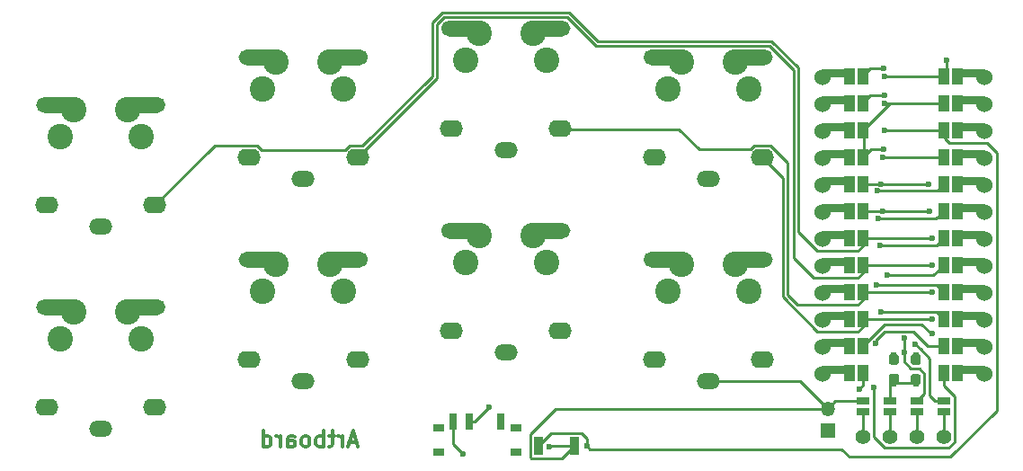
<source format=gbl>
G04 #@! TF.GenerationSoftware,KiCad,Pcbnew,5.1.9*
G04 #@! TF.CreationDate,2021-04-16T07:13:37-05:00*
G04 #@! TF.ProjectId,artboard,61727462-6f61-4726-942e-6b696361645f,2.0*
G04 #@! TF.SameCoordinates,Original*
G04 #@! TF.FileFunction,Copper,L2,Bot*
G04 #@! TF.FilePolarity,Positive*
%FSLAX46Y46*%
G04 Gerber Fmt 4.6, Leading zero omitted, Abs format (unit mm)*
G04 Created by KiCad (PCBNEW 5.1.9) date 2021-04-16 07:13:37*
%MOMM*%
%LPD*%
G01*
G04 APERTURE LIST*
G04 #@! TA.AperFunction,NonConductor*
%ADD10C,0.300000*%
G04 #@! TD*
G04 #@! TA.AperFunction,EtchedComponent*
%ADD11C,0.100000*%
G04 #@! TD*
G04 #@! TA.AperFunction,ComponentPad*
%ADD12C,0.750000*%
G04 #@! TD*
G04 #@! TA.AperFunction,ComponentPad*
%ADD13C,2.400000*%
G04 #@! TD*
G04 #@! TA.AperFunction,ComponentPad*
%ADD14O,2.200000X1.600000*%
G04 #@! TD*
G04 #@! TA.AperFunction,ComponentPad*
%ADD15O,2.200000X1.500000*%
G04 #@! TD*
G04 #@! TA.AperFunction,SMDPad,CuDef*
%ADD16C,0.100000*%
G04 #@! TD*
G04 #@! TA.AperFunction,ComponentPad*
%ADD17C,1.524000*%
G04 #@! TD*
G04 #@! TA.AperFunction,SMDPad,CuDef*
%ADD18R,0.900000X1.700000*%
G04 #@! TD*
G04 #@! TA.AperFunction,SMDPad,CuDef*
%ADD19R,0.700000X1.500000*%
G04 #@! TD*
G04 #@! TA.AperFunction,SMDPad,CuDef*
%ADD20R,1.000000X0.800000*%
G04 #@! TD*
G04 #@! TA.AperFunction,SMDPad,CuDef*
%ADD21R,1.143000X0.635000*%
G04 #@! TD*
G04 #@! TA.AperFunction,ComponentPad*
%ADD22C,1.397000*%
G04 #@! TD*
G04 #@! TA.AperFunction,ComponentPad*
%ADD23R,1.350000X1.350000*%
G04 #@! TD*
G04 #@! TA.AperFunction,ComponentPad*
%ADD24O,1.350000X1.350000*%
G04 #@! TD*
G04 #@! TA.AperFunction,ViaPad*
%ADD25C,0.600000*%
G04 #@! TD*
G04 #@! TA.AperFunction,Conductor*
%ADD26C,0.250000*%
G04 #@! TD*
G04 APERTURE END LIST*
D10*
X65300271Y-72167700D02*
X64585985Y-72167700D01*
X65443128Y-72596271D02*
X64943128Y-71096271D01*
X64443128Y-72596271D01*
X63943128Y-72596271D02*
X63943128Y-71596271D01*
X63943128Y-71881985D02*
X63871700Y-71739128D01*
X63800271Y-71667700D01*
X63657414Y-71596271D01*
X63514557Y-71596271D01*
X63228842Y-71596271D02*
X62657414Y-71596271D01*
X63014557Y-71096271D02*
X63014557Y-72381985D01*
X62943128Y-72524842D01*
X62800271Y-72596271D01*
X62657414Y-72596271D01*
X62157414Y-72596271D02*
X62157414Y-71096271D01*
X62157414Y-71667700D02*
X62014557Y-71596271D01*
X61728842Y-71596271D01*
X61585985Y-71667700D01*
X61514557Y-71739128D01*
X61443128Y-71881985D01*
X61443128Y-72310557D01*
X61514557Y-72453414D01*
X61585985Y-72524842D01*
X61728842Y-72596271D01*
X62014557Y-72596271D01*
X62157414Y-72524842D01*
X60585985Y-72596271D02*
X60728842Y-72524842D01*
X60800271Y-72453414D01*
X60871700Y-72310557D01*
X60871700Y-71881985D01*
X60800271Y-71739128D01*
X60728842Y-71667700D01*
X60585985Y-71596271D01*
X60371700Y-71596271D01*
X60228842Y-71667700D01*
X60157414Y-71739128D01*
X60085985Y-71881985D01*
X60085985Y-72310557D01*
X60157414Y-72453414D01*
X60228842Y-72524842D01*
X60371700Y-72596271D01*
X60585985Y-72596271D01*
X58800271Y-72596271D02*
X58800271Y-71810557D01*
X58871699Y-71667700D01*
X59014557Y-71596271D01*
X59300271Y-71596271D01*
X59443128Y-71667700D01*
X58800271Y-72524842D02*
X58943128Y-72596271D01*
X59300271Y-72596271D01*
X59443128Y-72524842D01*
X59514557Y-72381985D01*
X59514557Y-72239128D01*
X59443128Y-72096271D01*
X59300271Y-72024842D01*
X58943128Y-72024842D01*
X58800271Y-71953414D01*
X58085985Y-72596271D02*
X58085985Y-71596271D01*
X58085985Y-71881985D02*
X58014557Y-71739128D01*
X57943128Y-71667700D01*
X57800271Y-71596271D01*
X57657414Y-71596271D01*
X56514557Y-72596271D02*
X56514557Y-71096271D01*
X56514557Y-72524842D02*
X56657414Y-72596271D01*
X56943128Y-72596271D01*
X57085985Y-72524842D01*
X57157414Y-72453414D01*
X57228842Y-72310557D01*
X57228842Y-71881985D01*
X57157414Y-71739128D01*
X57085985Y-71667700D01*
X56943128Y-71596271D01*
X56657414Y-71596271D01*
X56514557Y-71667700D01*
D11*
G36*
X111698700Y-37703900D02*
G01*
X109158700Y-37703900D01*
X109158700Y-37068900D01*
X111698700Y-37068900D01*
X111698700Y-37703900D01*
G37*
X111698700Y-37703900D02*
X109158700Y-37703900D01*
X109158700Y-37068900D01*
X111698700Y-37068900D01*
X111698700Y-37703900D01*
G36*
X111698700Y-40243900D02*
G01*
X109158700Y-40243900D01*
X109158700Y-39608900D01*
X111698700Y-39608900D01*
X111698700Y-40243900D01*
G37*
X111698700Y-40243900D02*
X109158700Y-40243900D01*
X109158700Y-39608900D01*
X111698700Y-39608900D01*
X111698700Y-40243900D01*
G36*
X111698700Y-42783900D02*
G01*
X109158700Y-42783900D01*
X109158700Y-42148900D01*
X111698700Y-42148900D01*
X111698700Y-42783900D01*
G37*
X111698700Y-42783900D02*
X109158700Y-42783900D01*
X109158700Y-42148900D01*
X111698700Y-42148900D01*
X111698700Y-42783900D01*
G36*
X111698700Y-45323900D02*
G01*
X109158700Y-45323900D01*
X109158700Y-44688900D01*
X111698700Y-44688900D01*
X111698700Y-45323900D01*
G37*
X111698700Y-45323900D02*
X109158700Y-45323900D01*
X109158700Y-44688900D01*
X111698700Y-44688900D01*
X111698700Y-45323900D01*
G36*
X111698700Y-47863900D02*
G01*
X109158700Y-47863900D01*
X109158700Y-47228900D01*
X111698700Y-47228900D01*
X111698700Y-47863900D01*
G37*
X111698700Y-47863900D02*
X109158700Y-47863900D01*
X109158700Y-47228900D01*
X111698700Y-47228900D01*
X111698700Y-47863900D01*
G36*
X111698700Y-50403900D02*
G01*
X109158700Y-50403900D01*
X109158700Y-49768900D01*
X111698700Y-49768900D01*
X111698700Y-50403900D01*
G37*
X111698700Y-50403900D02*
X109158700Y-50403900D01*
X109158700Y-49768900D01*
X111698700Y-49768900D01*
X111698700Y-50403900D01*
G36*
X111698700Y-52943900D02*
G01*
X109158700Y-52943900D01*
X109158700Y-52308900D01*
X111698700Y-52308900D01*
X111698700Y-52943900D01*
G37*
X111698700Y-52943900D02*
X109158700Y-52943900D01*
X109158700Y-52308900D01*
X111698700Y-52308900D01*
X111698700Y-52943900D01*
G36*
X111698700Y-55483900D02*
G01*
X109158700Y-55483900D01*
X109158700Y-54848900D01*
X111698700Y-54848900D01*
X111698700Y-55483900D01*
G37*
X111698700Y-55483900D02*
X109158700Y-55483900D01*
X109158700Y-54848900D01*
X111698700Y-54848900D01*
X111698700Y-55483900D01*
G36*
X111698700Y-58023900D02*
G01*
X109158700Y-58023900D01*
X109158700Y-57388900D01*
X111698700Y-57388900D01*
X111698700Y-58023900D01*
G37*
X111698700Y-58023900D02*
X109158700Y-58023900D01*
X109158700Y-57388900D01*
X111698700Y-57388900D01*
X111698700Y-58023900D01*
G36*
X111698700Y-60563900D02*
G01*
X109158700Y-60563900D01*
X109158700Y-59928900D01*
X111698700Y-59928900D01*
X111698700Y-60563900D01*
G37*
X111698700Y-60563900D02*
X109158700Y-60563900D01*
X109158700Y-59928900D01*
X111698700Y-59928900D01*
X111698700Y-60563900D01*
G36*
X111698700Y-63103900D02*
G01*
X109158700Y-63103900D01*
X109158700Y-62468900D01*
X111698700Y-62468900D01*
X111698700Y-63103900D01*
G37*
X111698700Y-63103900D02*
X109158700Y-63103900D01*
X109158700Y-62468900D01*
X111698700Y-62468900D01*
X111698700Y-63103900D01*
G36*
X111698700Y-65643900D02*
G01*
X109158700Y-65643900D01*
X109158700Y-65008900D01*
X111698700Y-65008900D01*
X111698700Y-65643900D01*
G37*
X111698700Y-65643900D02*
X109158700Y-65643900D01*
X109158700Y-65008900D01*
X111698700Y-65008900D01*
X111698700Y-65643900D01*
G36*
X124398700Y-65643900D02*
G01*
X121858700Y-65643900D01*
X121858700Y-65008900D01*
X124398700Y-65008900D01*
X124398700Y-65643900D01*
G37*
X124398700Y-65643900D02*
X121858700Y-65643900D01*
X121858700Y-65008900D01*
X124398700Y-65008900D01*
X124398700Y-65643900D01*
G36*
X124398700Y-63103900D02*
G01*
X121858700Y-63103900D01*
X121858700Y-62468900D01*
X124398700Y-62468900D01*
X124398700Y-63103900D01*
G37*
X124398700Y-63103900D02*
X121858700Y-63103900D01*
X121858700Y-62468900D01*
X124398700Y-62468900D01*
X124398700Y-63103900D01*
G36*
X124398700Y-60563900D02*
G01*
X121858700Y-60563900D01*
X121858700Y-59928900D01*
X124398700Y-59928900D01*
X124398700Y-60563900D01*
G37*
X124398700Y-60563900D02*
X121858700Y-60563900D01*
X121858700Y-59928900D01*
X124398700Y-59928900D01*
X124398700Y-60563900D01*
G36*
X124398700Y-58023900D02*
G01*
X121858700Y-58023900D01*
X121858700Y-57388900D01*
X124398700Y-57388900D01*
X124398700Y-58023900D01*
G37*
X124398700Y-58023900D02*
X121858700Y-58023900D01*
X121858700Y-57388900D01*
X124398700Y-57388900D01*
X124398700Y-58023900D01*
G36*
X124398700Y-55483900D02*
G01*
X121858700Y-55483900D01*
X121858700Y-54848900D01*
X124398700Y-54848900D01*
X124398700Y-55483900D01*
G37*
X124398700Y-55483900D02*
X121858700Y-55483900D01*
X121858700Y-54848900D01*
X124398700Y-54848900D01*
X124398700Y-55483900D01*
G36*
X124398700Y-52943900D02*
G01*
X121858700Y-52943900D01*
X121858700Y-52308900D01*
X124398700Y-52308900D01*
X124398700Y-52943900D01*
G37*
X124398700Y-52943900D02*
X121858700Y-52943900D01*
X121858700Y-52308900D01*
X124398700Y-52308900D01*
X124398700Y-52943900D01*
G36*
X124398700Y-50403900D02*
G01*
X121858700Y-50403900D01*
X121858700Y-49768900D01*
X124398700Y-49768900D01*
X124398700Y-50403900D01*
G37*
X124398700Y-50403900D02*
X121858700Y-50403900D01*
X121858700Y-49768900D01*
X124398700Y-49768900D01*
X124398700Y-50403900D01*
G36*
X124398700Y-47863900D02*
G01*
X121858700Y-47863900D01*
X121858700Y-47228900D01*
X124398700Y-47228900D01*
X124398700Y-47863900D01*
G37*
X124398700Y-47863900D02*
X121858700Y-47863900D01*
X121858700Y-47228900D01*
X124398700Y-47228900D01*
X124398700Y-47863900D01*
G36*
X124398700Y-45323900D02*
G01*
X121858700Y-45323900D01*
X121858700Y-44688900D01*
X124398700Y-44688900D01*
X124398700Y-45323900D01*
G37*
X124398700Y-45323900D02*
X121858700Y-45323900D01*
X121858700Y-44688900D01*
X124398700Y-44688900D01*
X124398700Y-45323900D01*
G36*
X124398700Y-42783900D02*
G01*
X121858700Y-42783900D01*
X121858700Y-42148900D01*
X124398700Y-42148900D01*
X124398700Y-42783900D01*
G37*
X124398700Y-42783900D02*
X121858700Y-42783900D01*
X121858700Y-42148900D01*
X124398700Y-42148900D01*
X124398700Y-42783900D01*
G36*
X124398700Y-40243900D02*
G01*
X121858700Y-40243900D01*
X121858700Y-39608900D01*
X124398700Y-39608900D01*
X124398700Y-40243900D01*
G37*
X124398700Y-40243900D02*
X121858700Y-40243900D01*
X121858700Y-39608900D01*
X124398700Y-39608900D01*
X124398700Y-40243900D01*
G36*
X124398700Y-37703900D02*
G01*
X121858700Y-37703900D01*
X121858700Y-37068900D01*
X124398700Y-37068900D01*
X124398700Y-37703900D01*
G37*
X124398700Y-37703900D02*
X121858700Y-37703900D01*
X121858700Y-37068900D01*
X124398700Y-37068900D01*
X124398700Y-37703900D01*
D12*
X115900800Y-64031000D03*
X115900800Y-66571000D03*
G04 #@! TA.AperFunction,SMDPad,CuDef*
G36*
G01*
X116138300Y-64876000D02*
X115663300Y-64876000D01*
G75*
G02*
X115425800Y-64638500I0J237500D01*
G01*
X115425800Y-64138500D01*
G75*
G02*
X115663300Y-63901000I237500J0D01*
G01*
X116138300Y-63901000D01*
G75*
G02*
X116375800Y-64138500I0J-237500D01*
G01*
X116375800Y-64638500D01*
G75*
G02*
X116138300Y-64876000I-237500J0D01*
G01*
G37*
G04 #@! TD.AperFunction*
G04 #@! TA.AperFunction,SMDPad,CuDef*
G36*
G01*
X116138300Y-66701000D02*
X115663300Y-66701000D01*
G75*
G02*
X115425800Y-66463500I0J237500D01*
G01*
X115425800Y-65963500D01*
G75*
G02*
X115663300Y-65726000I237500J0D01*
G01*
X116138300Y-65726000D01*
G75*
G02*
X116375800Y-65963500I0J-237500D01*
G01*
X116375800Y-66463500D01*
G75*
G02*
X116138300Y-66701000I-237500J0D01*
G01*
G37*
G04 #@! TD.AperFunction*
X117958200Y-64056400D03*
X117958200Y-66596400D03*
G04 #@! TA.AperFunction,SMDPad,CuDef*
G36*
G01*
X118195700Y-64901400D02*
X117720700Y-64901400D01*
G75*
G02*
X117483200Y-64663900I0J237500D01*
G01*
X117483200Y-64163900D01*
G75*
G02*
X117720700Y-63926400I237500J0D01*
G01*
X118195700Y-63926400D01*
G75*
G02*
X118433200Y-64163900I0J-237500D01*
G01*
X118433200Y-64663900D01*
G75*
G02*
X118195700Y-64901400I-237500J0D01*
G01*
G37*
G04 #@! TD.AperFunction*
G04 #@! TA.AperFunction,SMDPad,CuDef*
G36*
G01*
X118195700Y-66726400D02*
X117720700Y-66726400D01*
G75*
G02*
X117483200Y-66488900I0J237500D01*
G01*
X117483200Y-65988900D01*
G75*
G02*
X117720700Y-65751400I237500J0D01*
G01*
X118195700Y-65751400D01*
G75*
G02*
X118433200Y-65988900I0J-237500D01*
G01*
X118433200Y-66488900D01*
G75*
G02*
X118195700Y-66726400I-237500J0D01*
G01*
G37*
G04 #@! TD.AperFunction*
D13*
X64084800Y-38935800D03*
D14*
X65374800Y-45375800D03*
G04 #@! TA.AperFunction,ComponentPad*
G36*
G01*
X58574674Y-35954597D02*
X58574674Y-35954597D01*
G75*
G02*
X57818158Y-36698023I-749971J6545D01*
G01*
X54918268Y-36672717D01*
G75*
G02*
X54174842Y-35916201I6545J749971D01*
G01*
X54174842Y-35916201D01*
G75*
G02*
X54931358Y-35172775I749971J-6545D01*
G01*
X57831248Y-35198081D01*
G75*
G02*
X58574674Y-35954597I-6545J-749971D01*
G01*
G37*
G04 #@! TD.AperFunction*
D13*
X57734800Y-36395800D03*
X56464800Y-38935800D03*
D15*
X60274800Y-47375800D03*
D14*
X55174800Y-45375800D03*
G04 #@! TA.AperFunction,ComponentPad*
G36*
G01*
X61974926Y-35954597D02*
X61974926Y-35954597D01*
G75*
G02*
X62718352Y-35198081I749971J6545D01*
G01*
X65618242Y-35172775D01*
G75*
G02*
X66374758Y-35916201I6545J-749971D01*
G01*
X66374758Y-35916201D01*
G75*
G02*
X65631332Y-36672717I-749971J-6545D01*
G01*
X62731442Y-36698023D01*
G75*
G02*
X61974926Y-35954597I-6545J749971D01*
G01*
G37*
G04 #@! TD.AperFunction*
D13*
X62814800Y-36395800D03*
X45009400Y-43418900D03*
D14*
X46299400Y-49858900D03*
G04 #@! TA.AperFunction,ComponentPad*
G36*
G01*
X39499274Y-40437697D02*
X39499274Y-40437697D01*
G75*
G02*
X38742758Y-41181123I-749971J6545D01*
G01*
X35842868Y-41155817D01*
G75*
G02*
X35099442Y-40399301I6545J749971D01*
G01*
X35099442Y-40399301D01*
G75*
G02*
X35855958Y-39655875I749971J-6545D01*
G01*
X38755848Y-39681181D01*
G75*
G02*
X39499274Y-40437697I-6545J-749971D01*
G01*
G37*
G04 #@! TD.AperFunction*
D13*
X38659400Y-40878900D03*
X37389400Y-43418900D03*
D15*
X41199400Y-51858900D03*
D14*
X36099400Y-49858900D03*
G04 #@! TA.AperFunction,ComponentPad*
G36*
G01*
X42899526Y-40437697D02*
X42899526Y-40437697D01*
G75*
G02*
X43642952Y-39681181I749971J6545D01*
G01*
X46542842Y-39655875D01*
G75*
G02*
X47299358Y-40399301I6545J-749971D01*
G01*
X47299358Y-40399301D01*
G75*
G02*
X46555932Y-41155817I-749971J-6545D01*
G01*
X43656042Y-41181123D01*
G75*
G02*
X42899526Y-40437697I-6545J749971D01*
G01*
G37*
G04 #@! TD.AperFunction*
D13*
X43739400Y-40878900D03*
X83147500Y-36218000D03*
D14*
X84437500Y-42658000D03*
G04 #@! TA.AperFunction,ComponentPad*
G36*
G01*
X77637374Y-33236797D02*
X77637374Y-33236797D01*
G75*
G02*
X76880858Y-33980223I-749971J6545D01*
G01*
X73980968Y-33954917D01*
G75*
G02*
X73237542Y-33198401I6545J749971D01*
G01*
X73237542Y-33198401D01*
G75*
G02*
X73994058Y-32454975I749971J-6545D01*
G01*
X76893948Y-32480281D01*
G75*
G02*
X77637374Y-33236797I-6545J-749971D01*
G01*
G37*
G04 #@! TD.AperFunction*
D13*
X76797500Y-33678000D03*
X75527500Y-36218000D03*
D15*
X79337500Y-44658000D03*
D14*
X74237500Y-42658000D03*
G04 #@! TA.AperFunction,ComponentPad*
G36*
G01*
X81037626Y-33236797D02*
X81037626Y-33236797D01*
G75*
G02*
X81781052Y-32480281I749971J6545D01*
G01*
X84680942Y-32454975D01*
G75*
G02*
X85437458Y-33198401I6545J-749971D01*
G01*
X85437458Y-33198401D01*
G75*
G02*
X84694032Y-33954917I-749971J-6545D01*
G01*
X81794142Y-33980223D01*
G75*
G02*
X81037626Y-33236797I-6545J749971D01*
G01*
G37*
G04 #@! TD.AperFunction*
D13*
X81877500Y-33678000D03*
X102210200Y-38935800D03*
D14*
X103500200Y-45375800D03*
G04 #@! TA.AperFunction,ComponentPad*
G36*
G01*
X96700074Y-35954597D02*
X96700074Y-35954597D01*
G75*
G02*
X95943558Y-36698023I-749971J6545D01*
G01*
X93043668Y-36672717D01*
G75*
G02*
X92300242Y-35916201I6545J749971D01*
G01*
X92300242Y-35916201D01*
G75*
G02*
X93056758Y-35172775I749971J-6545D01*
G01*
X95956648Y-35198081D01*
G75*
G02*
X96700074Y-35954597I-6545J-749971D01*
G01*
G37*
G04 #@! TD.AperFunction*
D13*
X95860200Y-36395800D03*
X94590200Y-38935800D03*
D15*
X98400200Y-47375800D03*
D14*
X93300200Y-45375800D03*
G04 #@! TA.AperFunction,ComponentPad*
G36*
G01*
X100100326Y-35954597D02*
X100100326Y-35954597D01*
G75*
G02*
X100843752Y-35198081I749971J6545D01*
G01*
X103743642Y-35172775D01*
G75*
G02*
X104500158Y-35916201I6545J-749971D01*
G01*
X104500158Y-35916201D01*
G75*
G02*
X103756732Y-36672717I-749971J-6545D01*
G01*
X100856842Y-36698023D01*
G75*
G02*
X100100326Y-35954597I-6545J749971D01*
G01*
G37*
G04 #@! TD.AperFunction*
D13*
X100940200Y-36395800D03*
X83147500Y-55268000D03*
D14*
X84437500Y-61708000D03*
G04 #@! TA.AperFunction,ComponentPad*
G36*
G01*
X77637374Y-52286797D02*
X77637374Y-52286797D01*
G75*
G02*
X76880858Y-53030223I-749971J6545D01*
G01*
X73980968Y-53004917D01*
G75*
G02*
X73237542Y-52248401I6545J749971D01*
G01*
X73237542Y-52248401D01*
G75*
G02*
X73994058Y-51504975I749971J-6545D01*
G01*
X76893948Y-51530281D01*
G75*
G02*
X77637374Y-52286797I-6545J-749971D01*
G01*
G37*
G04 #@! TD.AperFunction*
D13*
X76797500Y-52728000D03*
X75527500Y-55268000D03*
D15*
X79337500Y-63708000D03*
D14*
X74237500Y-61708000D03*
G04 #@! TA.AperFunction,ComponentPad*
G36*
G01*
X81037626Y-52286797D02*
X81037626Y-52286797D01*
G75*
G02*
X81781052Y-51530281I749971J6545D01*
G01*
X84680942Y-51504975D01*
G75*
G02*
X85437458Y-52248401I6545J-749971D01*
G01*
X85437458Y-52248401D01*
G75*
G02*
X84694032Y-53004917I-749971J-6545D01*
G01*
X81794142Y-53030223D01*
G75*
G02*
X81037626Y-52286797I-6545J749971D01*
G01*
G37*
G04 #@! TD.AperFunction*
D13*
X81877500Y-52728000D03*
X102210200Y-57985800D03*
D14*
X103500200Y-64425800D03*
G04 #@! TA.AperFunction,ComponentPad*
G36*
G01*
X96700074Y-55004597D02*
X96700074Y-55004597D01*
G75*
G02*
X95943558Y-55748023I-749971J6545D01*
G01*
X93043668Y-55722717D01*
G75*
G02*
X92300242Y-54966201I6545J749971D01*
G01*
X92300242Y-54966201D01*
G75*
G02*
X93056758Y-54222775I749971J-6545D01*
G01*
X95956648Y-54248081D01*
G75*
G02*
X96700074Y-55004597I-6545J-749971D01*
G01*
G37*
G04 #@! TD.AperFunction*
D13*
X95860200Y-55445800D03*
X94590200Y-57985800D03*
D15*
X98400200Y-66425800D03*
D14*
X93300200Y-64425800D03*
G04 #@! TA.AperFunction,ComponentPad*
G36*
G01*
X100100326Y-55004597D02*
X100100326Y-55004597D01*
G75*
G02*
X100843752Y-54248081I749971J6545D01*
G01*
X103743642Y-54222775D01*
G75*
G02*
X104500158Y-54966201I6545J-749971D01*
G01*
X104500158Y-54966201D01*
G75*
G02*
X103756732Y-55722717I-749971J-6545D01*
G01*
X100856842Y-55748023D01*
G75*
G02*
X100100326Y-55004597I-6545J749971D01*
G01*
G37*
G04 #@! TD.AperFunction*
D13*
X100940200Y-55445800D03*
X45009400Y-62468900D03*
D14*
X46299400Y-68908900D03*
G04 #@! TA.AperFunction,ComponentPad*
G36*
G01*
X39499274Y-59487697D02*
X39499274Y-59487697D01*
G75*
G02*
X38742758Y-60231123I-749971J6545D01*
G01*
X35842868Y-60205817D01*
G75*
G02*
X35099442Y-59449301I6545J749971D01*
G01*
X35099442Y-59449301D01*
G75*
G02*
X35855958Y-58705875I749971J-6545D01*
G01*
X38755848Y-58731181D01*
G75*
G02*
X39499274Y-59487697I-6545J-749971D01*
G01*
G37*
G04 #@! TD.AperFunction*
D13*
X38659400Y-59928900D03*
X37389400Y-62468900D03*
D15*
X41199400Y-70908900D03*
D14*
X36099400Y-68908900D03*
G04 #@! TA.AperFunction,ComponentPad*
G36*
G01*
X42899526Y-59487697D02*
X42899526Y-59487697D01*
G75*
G02*
X43642952Y-58731181I749971J6545D01*
G01*
X46542842Y-58705875D01*
G75*
G02*
X47299358Y-59449301I6545J-749971D01*
G01*
X47299358Y-59449301D01*
G75*
G02*
X46555932Y-60205817I-749971J-6545D01*
G01*
X43656042Y-60231123D01*
G75*
G02*
X42899526Y-59487697I-6545J749971D01*
G01*
G37*
G04 #@! TD.AperFunction*
D13*
X43739400Y-59928900D03*
X64084800Y-57985800D03*
D14*
X65374800Y-64425800D03*
G04 #@! TA.AperFunction,ComponentPad*
G36*
G01*
X58574674Y-55004597D02*
X58574674Y-55004597D01*
G75*
G02*
X57818158Y-55748023I-749971J6545D01*
G01*
X54918268Y-55722717D01*
G75*
G02*
X54174842Y-54966201I6545J749971D01*
G01*
X54174842Y-54966201D01*
G75*
G02*
X54931358Y-54222775I749971J-6545D01*
G01*
X57831248Y-54248081D01*
G75*
G02*
X58574674Y-55004597I-6545J-749971D01*
G01*
G37*
G04 #@! TD.AperFunction*
D13*
X57734800Y-55445800D03*
X56464800Y-57985800D03*
D15*
X60274800Y-66425800D03*
D14*
X55174800Y-64425800D03*
G04 #@! TA.AperFunction,ComponentPad*
G36*
G01*
X61974926Y-55004597D02*
X61974926Y-55004597D01*
G75*
G02*
X62718352Y-54248081I749971J6545D01*
G01*
X65618242Y-54222775D01*
G75*
G02*
X66374758Y-54966201I6545J-749971D01*
G01*
X66374758Y-54966201D01*
G75*
G02*
X65631332Y-55722717I-749971J-6545D01*
G01*
X62731442Y-55748023D01*
G75*
G02*
X61974926Y-55004597I-6545J749971D01*
G01*
G37*
G04 #@! TD.AperFunction*
D13*
X62814800Y-55445800D03*
G04 #@! TA.AperFunction,SMDPad,CuDef*
D16*
G36*
X111198700Y-51153900D02*
G01*
X111198700Y-49653900D01*
X112198700Y-49653900D01*
X112198700Y-51153900D01*
X111198700Y-51153900D01*
G37*
G04 #@! TD.AperFunction*
G04 #@! TA.AperFunction,SMDPad,CuDef*
G36*
X121358700Y-51153900D02*
G01*
X121358700Y-49653900D01*
X122358700Y-49653900D01*
X122358700Y-51153900D01*
X121358700Y-51153900D01*
G37*
G04 #@! TD.AperFunction*
G04 #@! TA.AperFunction,SMDPad,CuDef*
G36*
X112468700Y-38453900D02*
G01*
X112468700Y-36953900D01*
X113468700Y-36953900D01*
X113468700Y-38453900D01*
X112468700Y-38453900D01*
G37*
G04 #@! TD.AperFunction*
G04 #@! TA.AperFunction,SMDPad,CuDef*
G36*
X120088700Y-63853900D02*
G01*
X120088700Y-62353900D01*
X121088700Y-62353900D01*
X121088700Y-63853900D01*
X120088700Y-63853900D01*
G37*
G04 #@! TD.AperFunction*
G04 #@! TA.AperFunction,SMDPad,CuDef*
G36*
X111198700Y-66393900D02*
G01*
X111198700Y-64893900D01*
X112198700Y-64893900D01*
X112198700Y-66393900D01*
X111198700Y-66393900D01*
G37*
G04 #@! TD.AperFunction*
G04 #@! TA.AperFunction,SMDPad,CuDef*
G36*
X111198700Y-53693900D02*
G01*
X111198700Y-52193900D01*
X112198700Y-52193900D01*
X112198700Y-53693900D01*
X111198700Y-53693900D01*
G37*
G04 #@! TD.AperFunction*
G04 #@! TA.AperFunction,SMDPad,CuDef*
G36*
X112468700Y-46073900D02*
G01*
X112468700Y-44573900D01*
X113468700Y-44573900D01*
X113468700Y-46073900D01*
X112468700Y-46073900D01*
G37*
G04 #@! TD.AperFunction*
G04 #@! TA.AperFunction,SMDPad,CuDef*
G36*
X121358700Y-46073900D02*
G01*
X121358700Y-44573900D01*
X122358700Y-44573900D01*
X122358700Y-46073900D01*
X121358700Y-46073900D01*
G37*
G04 #@! TD.AperFunction*
G04 #@! TA.AperFunction,SMDPad,CuDef*
G36*
X121358700Y-58773900D02*
G01*
X121358700Y-57273900D01*
X122358700Y-57273900D01*
X122358700Y-58773900D01*
X121358700Y-58773900D01*
G37*
G04 #@! TD.AperFunction*
G04 #@! TA.AperFunction,SMDPad,CuDef*
G36*
X121358700Y-66393900D02*
G01*
X121358700Y-64893900D01*
X122358700Y-64893900D01*
X122358700Y-66393900D01*
X121358700Y-66393900D01*
G37*
G04 #@! TD.AperFunction*
G04 #@! TA.AperFunction,SMDPad,CuDef*
G36*
X120088700Y-48613900D02*
G01*
X120088700Y-47113900D01*
X121088700Y-47113900D01*
X121088700Y-48613900D01*
X120088700Y-48613900D01*
G37*
G04 #@! TD.AperFunction*
G04 #@! TA.AperFunction,SMDPad,CuDef*
G36*
X112468700Y-63853900D02*
G01*
X112468700Y-62353900D01*
X113468700Y-62353900D01*
X113468700Y-63853900D01*
X112468700Y-63853900D01*
G37*
G04 #@! TD.AperFunction*
G04 #@! TA.AperFunction,SMDPad,CuDef*
G36*
X121358700Y-48613900D02*
G01*
X121358700Y-47113900D01*
X122358700Y-47113900D01*
X122358700Y-48613900D01*
X121358700Y-48613900D01*
G37*
G04 #@! TD.AperFunction*
G04 #@! TA.AperFunction,SMDPad,CuDef*
G36*
X111198700Y-46073900D02*
G01*
X111198700Y-44573900D01*
X112198700Y-44573900D01*
X112198700Y-46073900D01*
X111198700Y-46073900D01*
G37*
G04 #@! TD.AperFunction*
G04 #@! TA.AperFunction,SMDPad,CuDef*
G36*
X111198700Y-43533900D02*
G01*
X111198700Y-42033900D01*
X112198700Y-42033900D01*
X112198700Y-43533900D01*
X111198700Y-43533900D01*
G37*
G04 #@! TD.AperFunction*
G04 #@! TA.AperFunction,SMDPad,CuDef*
G36*
X121358700Y-40993900D02*
G01*
X121358700Y-39493900D01*
X122358700Y-39493900D01*
X122358700Y-40993900D01*
X121358700Y-40993900D01*
G37*
G04 #@! TD.AperFunction*
G04 #@! TA.AperFunction,SMDPad,CuDef*
G36*
X112468700Y-40993900D02*
G01*
X112468700Y-39493900D01*
X113468700Y-39493900D01*
X113468700Y-40993900D01*
X112468700Y-40993900D01*
G37*
G04 #@! TD.AperFunction*
G04 #@! TA.AperFunction,SMDPad,CuDef*
G36*
X121358700Y-43533900D02*
G01*
X121358700Y-42033900D01*
X122358700Y-42033900D01*
X122358700Y-43533900D01*
X121358700Y-43533900D01*
G37*
G04 #@! TD.AperFunction*
G04 #@! TA.AperFunction,SMDPad,CuDef*
G36*
X121358700Y-53693900D02*
G01*
X121358700Y-52193900D01*
X122358700Y-52193900D01*
X122358700Y-53693900D01*
X121358700Y-53693900D01*
G37*
G04 #@! TD.AperFunction*
G04 #@! TA.AperFunction,SMDPad,CuDef*
G36*
X121358700Y-61313900D02*
G01*
X121358700Y-59813900D01*
X122358700Y-59813900D01*
X122358700Y-61313900D01*
X121358700Y-61313900D01*
G37*
G04 #@! TD.AperFunction*
G04 #@! TA.AperFunction,SMDPad,CuDef*
G36*
X112468700Y-53693900D02*
G01*
X112468700Y-52193900D01*
X113468700Y-52193900D01*
X113468700Y-53693900D01*
X112468700Y-53693900D01*
G37*
G04 #@! TD.AperFunction*
G04 #@! TA.AperFunction,SMDPad,CuDef*
G36*
X120088700Y-46073900D02*
G01*
X120088700Y-44573900D01*
X121088700Y-44573900D01*
X121088700Y-46073900D01*
X120088700Y-46073900D01*
G37*
G04 #@! TD.AperFunction*
G04 #@! TA.AperFunction,SMDPad,CuDef*
G36*
X111198700Y-61313900D02*
G01*
X111198700Y-59813900D01*
X112198700Y-59813900D01*
X112198700Y-61313900D01*
X111198700Y-61313900D01*
G37*
G04 #@! TD.AperFunction*
G04 #@! TA.AperFunction,SMDPad,CuDef*
G36*
X120088700Y-66393900D02*
G01*
X120088700Y-64893900D01*
X121088700Y-64893900D01*
X121088700Y-66393900D01*
X120088700Y-66393900D01*
G37*
G04 #@! TD.AperFunction*
G04 #@! TA.AperFunction,SMDPad,CuDef*
G36*
X120088700Y-51153900D02*
G01*
X120088700Y-49653900D01*
X121088700Y-49653900D01*
X121088700Y-51153900D01*
X120088700Y-51153900D01*
G37*
G04 #@! TD.AperFunction*
G04 #@! TA.AperFunction,SMDPad,CuDef*
G36*
X120088700Y-56233900D02*
G01*
X120088700Y-54733900D01*
X121088700Y-54733900D01*
X121088700Y-56233900D01*
X120088700Y-56233900D01*
G37*
G04 #@! TD.AperFunction*
G04 #@! TA.AperFunction,SMDPad,CuDef*
G36*
X121358700Y-56233900D02*
G01*
X121358700Y-54733900D01*
X122358700Y-54733900D01*
X122358700Y-56233900D01*
X121358700Y-56233900D01*
G37*
G04 #@! TD.AperFunction*
G04 #@! TA.AperFunction,SMDPad,CuDef*
G36*
X112468700Y-61313900D02*
G01*
X112468700Y-59813900D01*
X113468700Y-59813900D01*
X113468700Y-61313900D01*
X112468700Y-61313900D01*
G37*
G04 #@! TD.AperFunction*
G04 #@! TA.AperFunction,SMDPad,CuDef*
G36*
X121358700Y-38453900D02*
G01*
X121358700Y-36953900D01*
X122358700Y-36953900D01*
X122358700Y-38453900D01*
X121358700Y-38453900D01*
G37*
G04 #@! TD.AperFunction*
G04 #@! TA.AperFunction,SMDPad,CuDef*
G36*
X120088700Y-58773900D02*
G01*
X120088700Y-57273900D01*
X121088700Y-57273900D01*
X121088700Y-58773900D01*
X120088700Y-58773900D01*
G37*
G04 #@! TD.AperFunction*
G04 #@! TA.AperFunction,SMDPad,CuDef*
G36*
X120088700Y-53693900D02*
G01*
X120088700Y-52193900D01*
X121088700Y-52193900D01*
X121088700Y-53693900D01*
X120088700Y-53693900D01*
G37*
G04 #@! TD.AperFunction*
G04 #@! TA.AperFunction,SMDPad,CuDef*
G36*
X120088700Y-38453900D02*
G01*
X120088700Y-36953900D01*
X121088700Y-36953900D01*
X121088700Y-38453900D01*
X120088700Y-38453900D01*
G37*
G04 #@! TD.AperFunction*
G04 #@! TA.AperFunction,SMDPad,CuDef*
G36*
X112468700Y-66393900D02*
G01*
X112468700Y-64893900D01*
X113468700Y-64893900D01*
X113468700Y-66393900D01*
X112468700Y-66393900D01*
G37*
G04 #@! TD.AperFunction*
G04 #@! TA.AperFunction,SMDPad,CuDef*
G36*
X111198700Y-48613900D02*
G01*
X111198700Y-47113900D01*
X112198700Y-47113900D01*
X112198700Y-48613900D01*
X111198700Y-48613900D01*
G37*
G04 #@! TD.AperFunction*
G04 #@! TA.AperFunction,SMDPad,CuDef*
G36*
X120088700Y-43533900D02*
G01*
X120088700Y-42033900D01*
X121088700Y-42033900D01*
X121088700Y-43533900D01*
X120088700Y-43533900D01*
G37*
G04 #@! TD.AperFunction*
G04 #@! TA.AperFunction,SMDPad,CuDef*
G36*
X120088700Y-61313900D02*
G01*
X120088700Y-59813900D01*
X121088700Y-59813900D01*
X121088700Y-61313900D01*
X120088700Y-61313900D01*
G37*
G04 #@! TD.AperFunction*
G04 #@! TA.AperFunction,SMDPad,CuDef*
G36*
X112468700Y-58773900D02*
G01*
X112468700Y-57273900D01*
X113468700Y-57273900D01*
X113468700Y-58773900D01*
X112468700Y-58773900D01*
G37*
G04 #@! TD.AperFunction*
G04 #@! TA.AperFunction,SMDPad,CuDef*
G36*
X111198700Y-40993900D02*
G01*
X111198700Y-39493900D01*
X112198700Y-39493900D01*
X112198700Y-40993900D01*
X111198700Y-40993900D01*
G37*
G04 #@! TD.AperFunction*
G04 #@! TA.AperFunction,SMDPad,CuDef*
G36*
X111198700Y-38453900D02*
G01*
X111198700Y-36953900D01*
X112198700Y-36953900D01*
X112198700Y-38453900D01*
X111198700Y-38453900D01*
G37*
G04 #@! TD.AperFunction*
G04 #@! TA.AperFunction,SMDPad,CuDef*
G36*
X112468700Y-51153900D02*
G01*
X112468700Y-49653900D01*
X113468700Y-49653900D01*
X113468700Y-51153900D01*
X112468700Y-51153900D01*
G37*
G04 #@! TD.AperFunction*
G04 #@! TA.AperFunction,SMDPad,CuDef*
G36*
X120088700Y-40993900D02*
G01*
X120088700Y-39493900D01*
X121088700Y-39493900D01*
X121088700Y-40993900D01*
X120088700Y-40993900D01*
G37*
G04 #@! TD.AperFunction*
G04 #@! TA.AperFunction,SMDPad,CuDef*
G36*
X111198700Y-63853900D02*
G01*
X111198700Y-62353900D01*
X112198700Y-62353900D01*
X112198700Y-63853900D01*
X111198700Y-63853900D01*
G37*
G04 #@! TD.AperFunction*
G04 #@! TA.AperFunction,SMDPad,CuDef*
G36*
X112468700Y-56233900D02*
G01*
X112468700Y-54733900D01*
X113468700Y-54733900D01*
X113468700Y-56233900D01*
X112468700Y-56233900D01*
G37*
G04 #@! TD.AperFunction*
G04 #@! TA.AperFunction,SMDPad,CuDef*
G36*
X111198700Y-58773900D02*
G01*
X111198700Y-57273900D01*
X112198700Y-57273900D01*
X112198700Y-58773900D01*
X111198700Y-58773900D01*
G37*
G04 #@! TD.AperFunction*
G04 #@! TA.AperFunction,SMDPad,CuDef*
G36*
X111198700Y-56233900D02*
G01*
X111198700Y-54733900D01*
X112198700Y-54733900D01*
X112198700Y-56233900D01*
X111198700Y-56233900D01*
G37*
G04 #@! TD.AperFunction*
G04 #@! TA.AperFunction,SMDPad,CuDef*
G36*
X112468700Y-43533900D02*
G01*
X112468700Y-42033900D01*
X113468700Y-42033900D01*
X113468700Y-43533900D01*
X112468700Y-43533900D01*
G37*
G04 #@! TD.AperFunction*
G04 #@! TA.AperFunction,SMDPad,CuDef*
G36*
X112468700Y-48613900D02*
G01*
X112468700Y-47113900D01*
X113468700Y-47113900D01*
X113468700Y-48613900D01*
X112468700Y-48613900D01*
G37*
G04 #@! TD.AperFunction*
G04 #@! TA.AperFunction,SMDPad,CuDef*
G36*
X121358700Y-63853900D02*
G01*
X121358700Y-62353900D01*
X122358700Y-62353900D01*
X122358700Y-63853900D01*
X121358700Y-63853900D01*
G37*
G04 #@! TD.AperFunction*
D17*
X124435100Y-37830900D03*
X124435100Y-40370900D03*
X124435100Y-42910900D03*
X124435100Y-45450900D03*
X124435100Y-47990900D03*
X124435100Y-50530900D03*
X124435100Y-53070900D03*
X124435100Y-55610900D03*
X124435100Y-58150900D03*
X124435100Y-60690900D03*
X124435100Y-63230900D03*
X124435100Y-65770900D03*
X109215100Y-65770900D03*
X109215100Y-63230900D03*
X109215100Y-60690900D03*
X109215100Y-58150900D03*
X109215100Y-55610900D03*
X109215100Y-53070900D03*
X109215100Y-50530900D03*
X109215100Y-47990900D03*
X109215100Y-45450900D03*
X109215100Y-42910900D03*
X109215100Y-40370900D03*
X109215100Y-37830900D03*
D18*
X85812700Y-72527300D03*
X82412700Y-72527300D03*
D19*
X78895100Y-70208300D03*
X75895100Y-70208300D03*
X74395100Y-70208300D03*
D20*
X80295100Y-73068300D03*
X72995100Y-73068300D03*
X72995100Y-70858300D03*
X80295100Y-70858300D03*
D21*
X120599800Y-68311200D03*
X120599800Y-69311960D03*
X118059800Y-68311200D03*
X118059800Y-69311960D03*
X115532500Y-68311200D03*
X115532500Y-69311960D03*
X112992500Y-68318820D03*
X112992500Y-69319580D03*
D22*
X112954400Y-71689100D03*
X115494400Y-71689100D03*
X118034400Y-71689100D03*
X120574400Y-71689100D03*
D23*
X109665100Y-71054100D03*
D24*
X109665100Y-69054100D03*
D25*
X83465000Y-72565400D03*
X115024500Y-40243900D03*
X114897500Y-44561900D03*
X114872100Y-45323900D03*
X86982900Y-72527300D03*
X115024500Y-42783900D03*
X119215500Y-50403900D03*
X114834000Y-50403900D03*
X116866000Y-62380000D03*
X116846950Y-63745250D03*
X117932800Y-62913400D03*
X119126600Y-47863900D03*
X114707000Y-47863900D03*
X114135500Y-62824500D03*
X113977901Y-67023001D03*
X112624200Y-67142500D03*
X119533000Y-61935500D03*
X75315349Y-73285551D03*
X77754550Y-68848850D03*
X120853800Y-36192600D03*
X114999100Y-37703900D03*
X119482200Y-52943900D03*
X119520300Y-55483900D03*
X119545700Y-58023900D03*
X119545700Y-60563900D03*
X114592700Y-53617000D03*
X115253100Y-56461800D03*
X114277901Y-57398899D03*
X114640799Y-59938899D03*
X114303301Y-48488901D03*
X114414900Y-51127800D03*
X114986400Y-39520000D03*
X114922900Y-36980000D03*
D26*
X110400380Y-68318820D02*
X112992500Y-68318820D01*
X109665100Y-69054100D02*
X110400380Y-68318820D01*
X83503100Y-72527300D02*
X83465000Y-72565400D01*
X85812700Y-72527300D02*
X83503100Y-72527300D01*
X107036800Y-66425800D02*
X109665100Y-69054100D01*
X98400200Y-66425800D02*
X107036800Y-66425800D01*
X113068700Y-42783900D02*
X113068700Y-45323900D01*
X84000898Y-69054100D02*
X109665100Y-69054100D01*
X81637699Y-71417299D02*
X84000898Y-69054100D01*
X81637699Y-73637301D02*
X81637699Y-71417299D01*
X84637699Y-73702301D02*
X81702699Y-73702301D01*
X81702699Y-73702301D02*
X81637699Y-73637301D01*
X85812700Y-72527300D02*
X84637699Y-73702301D01*
X120588700Y-40243900D02*
X115024500Y-40243900D01*
X115024500Y-40243900D02*
X115024500Y-40243900D01*
X113730700Y-44561900D02*
X114897500Y-44561900D01*
X112968700Y-45323900D02*
X113730700Y-44561900D01*
X115508700Y-40243900D02*
X120588700Y-40243900D01*
X112968700Y-42783900D02*
X115508700Y-40243900D01*
X115532500Y-68311200D02*
X115532500Y-67498100D01*
X120588700Y-45323900D02*
X114872100Y-45323900D01*
X114872100Y-45323900D02*
X114872100Y-45323900D01*
X115532500Y-66581800D02*
X115900800Y-66213500D01*
X115532500Y-68311200D02*
X115532500Y-66581800D01*
X115926200Y-66238900D02*
X115900800Y-66213500D01*
X115926200Y-66596400D02*
X115900800Y-66571000D01*
X117958200Y-66596400D02*
X115926200Y-66596400D01*
X86982900Y-71812498D02*
X86982900Y-72527300D01*
X86522701Y-71352299D02*
X86982900Y-71812498D01*
X83587701Y-71352299D02*
X86522701Y-71352299D01*
X82412700Y-72527300D02*
X83587701Y-71352299D01*
X120588700Y-42783900D02*
X115024500Y-42783900D01*
X115024500Y-42783900D02*
X115024500Y-42783900D01*
X120688700Y-43533900D02*
X120688700Y-42783900D01*
X124690863Y-43997901D02*
X121152701Y-43997901D01*
X121152701Y-43997901D02*
X120688700Y-43533900D01*
X125622101Y-69181399D02*
X125622101Y-44929139D01*
X125622101Y-44929139D02*
X124690863Y-43997901D01*
X111735200Y-73568700D02*
X121234800Y-73568700D01*
X110993799Y-72827299D02*
X111735200Y-73568700D01*
X87282899Y-72827299D02*
X110993799Y-72827299D01*
X121234800Y-73568700D02*
X125622101Y-69181399D01*
X86982900Y-72527300D02*
X87282899Y-72827299D01*
X112968700Y-50403900D02*
X114834000Y-50403900D01*
X119215500Y-50403900D02*
X119215500Y-50403900D01*
X114834000Y-50403900D02*
X119215500Y-50403900D01*
X116866000Y-63332500D02*
X116866000Y-63726200D01*
X116866000Y-63726200D02*
X116846950Y-63745250D01*
X116866000Y-63472200D02*
X116866000Y-63332500D01*
X116866000Y-63332500D02*
X116866000Y-62380000D01*
X116846950Y-64585660D02*
X116846950Y-63745250D01*
X117487700Y-65226410D02*
X116846950Y-64585660D01*
X118277310Y-65226410D02*
X117487700Y-65226410D01*
X118758210Y-65707310D02*
X118277310Y-65226410D01*
X118758210Y-67612790D02*
X118758210Y-65707310D01*
X118059800Y-68311200D02*
X118758210Y-67612790D01*
X112968700Y-47863900D02*
X114707000Y-47863900D01*
X119126600Y-47863900D02*
X119126600Y-47863900D01*
X114707000Y-47863900D02*
X119126600Y-47863900D01*
X118364600Y-63345200D02*
X117932800Y-62913400D01*
X119280850Y-67813750D02*
X119280850Y-64261450D01*
X119778300Y-68311200D02*
X119280850Y-67813750D01*
X119280850Y-64261450D02*
X118364600Y-63345200D01*
X120599800Y-68311200D02*
X119778300Y-68311200D01*
X117699401Y-61754999D02*
X115027201Y-61754999D01*
X119048302Y-63103900D02*
X117699401Y-61754999D01*
X120588700Y-63103900D02*
X119048302Y-63103900D01*
X115027201Y-61754999D02*
X114135500Y-62646700D01*
X114135500Y-62646700D02*
X114135500Y-62824500D01*
X114135500Y-62824500D02*
X114135500Y-62824500D01*
X115003119Y-72712601D02*
X113977901Y-71687383D01*
X113977901Y-71687383D02*
X113977901Y-67023001D01*
X121065681Y-72712601D02*
X115003119Y-72712601D01*
X121597901Y-72180381D02*
X121065681Y-72712601D01*
X121597901Y-67835299D02*
X121597901Y-72180381D01*
X120588700Y-66826098D02*
X121597901Y-67835299D01*
X120588700Y-65643900D02*
X120588700Y-66826098D01*
X113977901Y-67023001D02*
X113977901Y-67023001D01*
X112968700Y-66798000D02*
X112624200Y-67142500D01*
X112968700Y-65643900D02*
X112968700Y-66798000D01*
X115028801Y-61043799D02*
X118488899Y-61043799D01*
X112968700Y-63103900D02*
X115028801Y-61043799D01*
X118488899Y-61043799D02*
X119380600Y-61935500D01*
X119380600Y-61935500D02*
X119533000Y-61935500D01*
X119533000Y-61935500D02*
X119533000Y-61935500D01*
X74370099Y-72340301D02*
X75315349Y-73285551D01*
X74370099Y-70233301D02*
X74370099Y-72340301D01*
X74395100Y-70208300D02*
X74370099Y-70233301D01*
X112992500Y-71651000D02*
X112954400Y-71689100D01*
X112992500Y-69319580D02*
X112992500Y-71651000D01*
X115532500Y-71651000D02*
X115494400Y-71689100D01*
X115532500Y-69311960D02*
X115532500Y-71651000D01*
X118059800Y-71663700D02*
X118034400Y-71689100D01*
X118059800Y-69311960D02*
X118059800Y-71663700D01*
X120599800Y-71663700D02*
X120574400Y-71689100D01*
X120599800Y-69311960D02*
X120599800Y-71663700D01*
X76395100Y-70208300D02*
X77754550Y-68848850D01*
X75895100Y-70208300D02*
X76395100Y-70208300D01*
X120853800Y-37538800D02*
X120688700Y-37703900D01*
X120853800Y-36192600D02*
X120853800Y-37538800D01*
X120588700Y-37703900D02*
X114999100Y-37703900D01*
X114999100Y-37703900D02*
X114999100Y-37703900D01*
X85320669Y-31675988D02*
X88038563Y-34393882D01*
X88038563Y-34393882D02*
X104383464Y-34393883D01*
X73351279Y-31675988D02*
X85320669Y-31675988D01*
X72421672Y-32605595D02*
X73351279Y-31675988D01*
X64608806Y-44250790D02*
X65863400Y-44250790D01*
X72421672Y-37692518D02*
X72421672Y-32605595D01*
X65863400Y-44250790D02*
X72421672Y-37692518D01*
X64226910Y-44632686D02*
X64608806Y-44250790D01*
X104383464Y-34393883D02*
X106889310Y-36899729D01*
X56322690Y-44632686D02*
X64226910Y-44632686D01*
X55940794Y-44250790D02*
X56322690Y-44632686D01*
X51907510Y-44250790D02*
X55940794Y-44250790D01*
X46299400Y-49858900D02*
X51907510Y-44250790D01*
X112968700Y-53693900D02*
X112968700Y-52943900D01*
X112504699Y-54157901D02*
X112968700Y-53693900D01*
X108693339Y-54157901D02*
X112504699Y-54157901D01*
X106889310Y-52353872D02*
X108693339Y-54157901D01*
X106889310Y-36899729D02*
X106889310Y-52353872D01*
X112968700Y-52943900D02*
X119215500Y-52943900D01*
X119215500Y-52943900D02*
X119482200Y-52943900D01*
X119482200Y-52943900D02*
X119482200Y-52943900D01*
X104197063Y-34843892D02*
X106439300Y-37086129D01*
X87852163Y-34843892D02*
X104197063Y-34843892D01*
X82039902Y-32152999D02*
X85134268Y-32125997D01*
X81914599Y-32152999D02*
X82039902Y-32152999D01*
X81887688Y-32126088D02*
X81914599Y-32152999D01*
X73551640Y-32126088D02*
X81887688Y-32126088D01*
X72871682Y-37878918D02*
X72871682Y-32794272D01*
X85134268Y-32125997D02*
X87852163Y-34843892D01*
X72871682Y-32794272D02*
X73551640Y-32126088D01*
X65374800Y-45375800D02*
X72871682Y-37878918D01*
X112968700Y-56233900D02*
X112968700Y-55483900D01*
X108327341Y-56697901D02*
X112504699Y-56697901D01*
X106439300Y-54809860D02*
X108327341Y-56697901D01*
X112504699Y-56697901D02*
X112968700Y-56233900D01*
X106439300Y-37086129D02*
X106439300Y-54809860D01*
X112968700Y-55483900D02*
X119329800Y-55483900D01*
X119329800Y-55483900D02*
X119520300Y-55483900D01*
X119520300Y-55483900D02*
X119520300Y-55483900D01*
X102734206Y-44250790D02*
X104266194Y-44250790D01*
X104266194Y-44250790D02*
X105880500Y-45865096D01*
X102372296Y-44612700D02*
X102734206Y-44250790D01*
X105880500Y-45865096D02*
X105880500Y-58328652D01*
X97537098Y-44612700D02*
X102372296Y-44612700D01*
X95625199Y-42700801D02*
X97537098Y-44612700D01*
X84480301Y-42700801D02*
X95625199Y-42700801D01*
X84437500Y-42658000D02*
X84480301Y-42700801D01*
X112968700Y-58773900D02*
X112968700Y-58023900D01*
X112504699Y-59237901D02*
X112968700Y-58773900D01*
X106789749Y-59237901D02*
X112504699Y-59237901D01*
X105880500Y-58328652D02*
X106789749Y-59237901D01*
X112968700Y-58023900D02*
X119279000Y-58023900D01*
X119279000Y-58023900D02*
X119545700Y-58023900D01*
X119545700Y-58023900D02*
X119545700Y-58023900D01*
X103500200Y-45375800D02*
X105410600Y-47286200D01*
X112968700Y-61313900D02*
X112968700Y-60563900D01*
X112504699Y-61777901D02*
X112968700Y-61313900D01*
X108693339Y-61777901D02*
X112504699Y-61777901D01*
X105410600Y-58495162D02*
X108693339Y-61777901D01*
X105410600Y-47286200D02*
X105410600Y-58495162D01*
X112968700Y-60563900D02*
X119317100Y-60563900D01*
X119317100Y-60563900D02*
X119545700Y-60563900D01*
X119545700Y-60563900D02*
X119545700Y-60563900D01*
X120588700Y-52943900D02*
X119915600Y-53617000D01*
X119915600Y-53617000D02*
X114592700Y-53617000D01*
X114592700Y-53617000D02*
X114592700Y-53617000D01*
X120588700Y-55483900D02*
X119610800Y-56461800D01*
X119610800Y-56461800D02*
X115253100Y-56461800D01*
X119963699Y-57398899D02*
X114615399Y-57398899D01*
X120588700Y-58023900D02*
X119963699Y-57398899D01*
X114615399Y-57398899D02*
X114615399Y-57398899D01*
X114615399Y-57398899D02*
X114277901Y-57398899D01*
X119963699Y-59938899D02*
X114640799Y-59938899D01*
X120588700Y-60563900D02*
X119963699Y-59938899D01*
X114640799Y-59938899D02*
X114640799Y-59938899D01*
X119963699Y-48488901D02*
X114303301Y-48488901D01*
X120588700Y-47863900D02*
X119963699Y-48488901D01*
X114303301Y-48488901D02*
X114303301Y-48488901D01*
X120588700Y-50403900D02*
X119864800Y-51127800D01*
X119864800Y-51127800D02*
X114414900Y-51127800D01*
X114414900Y-51127800D02*
X114414900Y-51127800D01*
X113692600Y-39520000D02*
X114986400Y-39520000D01*
X112968700Y-40243900D02*
X113692600Y-39520000D01*
X113692600Y-36980000D02*
X114922900Y-36980000D01*
X112968700Y-37703900D02*
X113692600Y-36980000D01*
M02*

</source>
